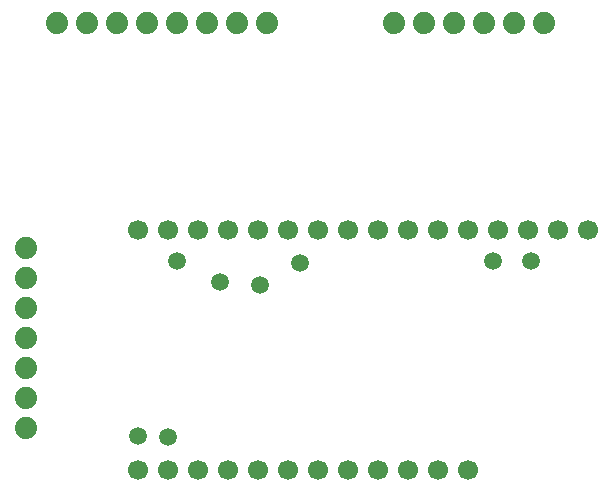
<source format=gbr>
%TF.GenerationSoftware,KiCad,Pcbnew,9.0.7*%
%TF.CreationDate,2026-02-03T16:32:22-08:00*%
%TF.ProjectId,BasicDatalogger,42617369-6344-4617-9461-6c6f67676572,rev?*%
%TF.SameCoordinates,Original*%
%TF.FileFunction,Soldermask,Bot*%
%TF.FilePolarity,Negative*%
%FSLAX46Y46*%
G04 Gerber Fmt 4.6, Leading zero omitted, Abs format (unit mm)*
G04 Created by KiCad (PCBNEW 9.0.7) date 2026-02-03 16:32:22*
%MOMM*%
%LPD*%
G01*
G04 APERTURE LIST*
%ADD10C,1.700000*%
%ADD11C,1.879600*%
%ADD12C,1.500000*%
G04 APERTURE END LIST*
D10*
%TO.C,U1*%
X128920000Y-70320000D03*
X126380000Y-70320000D03*
X123840000Y-70320000D03*
X121300000Y-70320000D03*
X118760000Y-70320000D03*
X116220000Y-70320000D03*
X113680000Y-70320000D03*
X111140000Y-70320000D03*
X108600000Y-70320000D03*
X106060000Y-70320000D03*
X103520000Y-70320000D03*
X100980000Y-70320000D03*
X100980000Y-50000000D03*
X103520000Y-50000000D03*
X106060000Y-50000000D03*
X108600000Y-50000000D03*
X111140000Y-50000000D03*
X113680000Y-50000000D03*
X116220000Y-50000000D03*
X118760000Y-50000000D03*
X121300000Y-50000000D03*
X123840000Y-50000000D03*
X126380000Y-50000000D03*
X128920000Y-50000000D03*
X131460000Y-50000000D03*
X134000000Y-50000000D03*
X136540000Y-50000000D03*
X139080000Y-50000000D03*
%TD*%
D11*
%TO.C,U4*%
X91450000Y-66720000D03*
X91450000Y-64180000D03*
X91450000Y-61640000D03*
X91450000Y-59100000D03*
X91450000Y-56560000D03*
X91450000Y-54020000D03*
X91450000Y-51480000D03*
%TD*%
%TO.C,U3*%
X135350000Y-32450000D03*
X132810000Y-32450000D03*
X130270000Y-32450000D03*
X127730000Y-32450000D03*
X125190000Y-32450000D03*
X122650000Y-32450000D03*
%TD*%
D12*
%TO.C,MO*%
X111300000Y-54600000D03*
%TD*%
%TO.C,MI*%
X107900000Y-54400000D03*
%TD*%
%TO.C,CS*%
X104300000Y-52600000D03*
%TD*%
%TO.C,GND*%
X131000000Y-52600000D03*
%TD*%
%TO.C,SCL*%
X103500000Y-67500000D03*
%TD*%
%TO.C,SCK*%
X114700000Y-52800000D03*
%TD*%
%TO.C,3V3*%
X134200000Y-52600000D03*
%TD*%
%TO.C,SDA*%
X101000000Y-67400000D03*
%TD*%
D11*
%TO.C,U2*%
X94110000Y-32450000D03*
X96650000Y-32450000D03*
X99190000Y-32450000D03*
X101730000Y-32450000D03*
X104270000Y-32450000D03*
X106810000Y-32450000D03*
X109350000Y-32450000D03*
X111890000Y-32450000D03*
%TD*%
M02*

</source>
